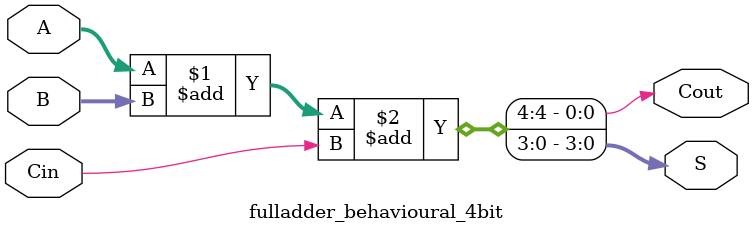
<source format=v>
module fulladder_behavioural_4bit (
    input [3:0] A,
    input [3:0] B,
    input Cin,
    output wire [3:0] S,
    output wire Cout
);
// Sum calculation
assign {Cout, S} = A + B + Cin;

endmodule

</source>
